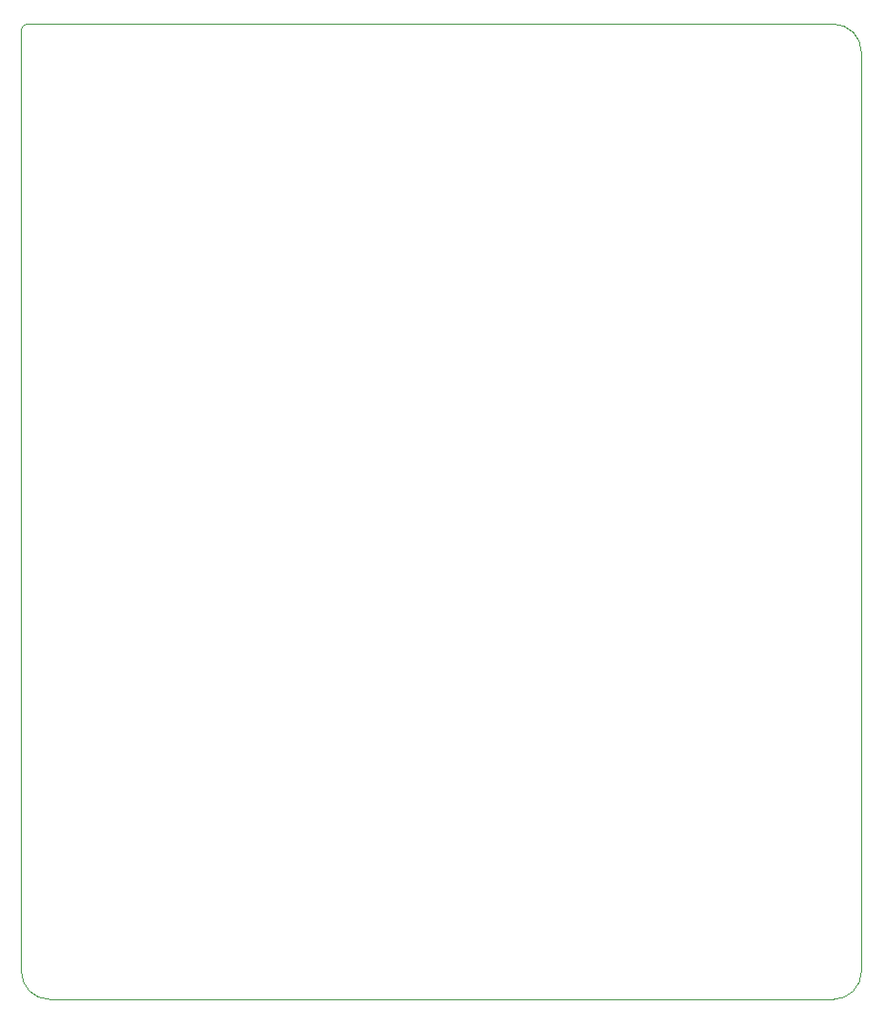
<source format=gbr>
%TF.GenerationSoftware,KiCad,Pcbnew,9.0.2*%
%TF.CreationDate,2025-06-15T01:14:31-07:00*%
%TF.ProjectId,SDM26LoggerV3.3,53444d32-364c-46f6-9767-657256332e33,rev?*%
%TF.SameCoordinates,Original*%
%TF.FileFunction,Profile,NP*%
%FSLAX46Y46*%
G04 Gerber Fmt 4.6, Leading zero omitted, Abs format (unit mm)*
G04 Created by KiCad (PCBNEW 9.0.2) date 2025-06-15 01:14:31*
%MOMM*%
%LPD*%
G01*
G04 APERTURE LIST*
%TA.AperFunction,Profile*%
%ADD10C,0.050000*%
%TD*%
G04 APERTURE END LIST*
D10*
X89500000Y-70500000D02*
G75*
G02*
X90000000Y-70000000I500000J0D01*
G01*
X90000000Y-70000000D02*
X162000000Y-70000000D01*
X89500000Y-154500000D02*
X89500000Y-70500000D01*
X162000000Y-70000000D02*
G75*
G02*
X164500000Y-72500000I0J-2500000D01*
G01*
X164500000Y-72500000D02*
X164500000Y-154500000D01*
X92000000Y-157000000D02*
G75*
G02*
X89500000Y-154500000I0J2500000D01*
G01*
X164500000Y-154500000D02*
G75*
G02*
X162000000Y-157000000I-2500000J0D01*
G01*
X162000000Y-157000000D02*
X92000000Y-157000000D01*
M02*

</source>
